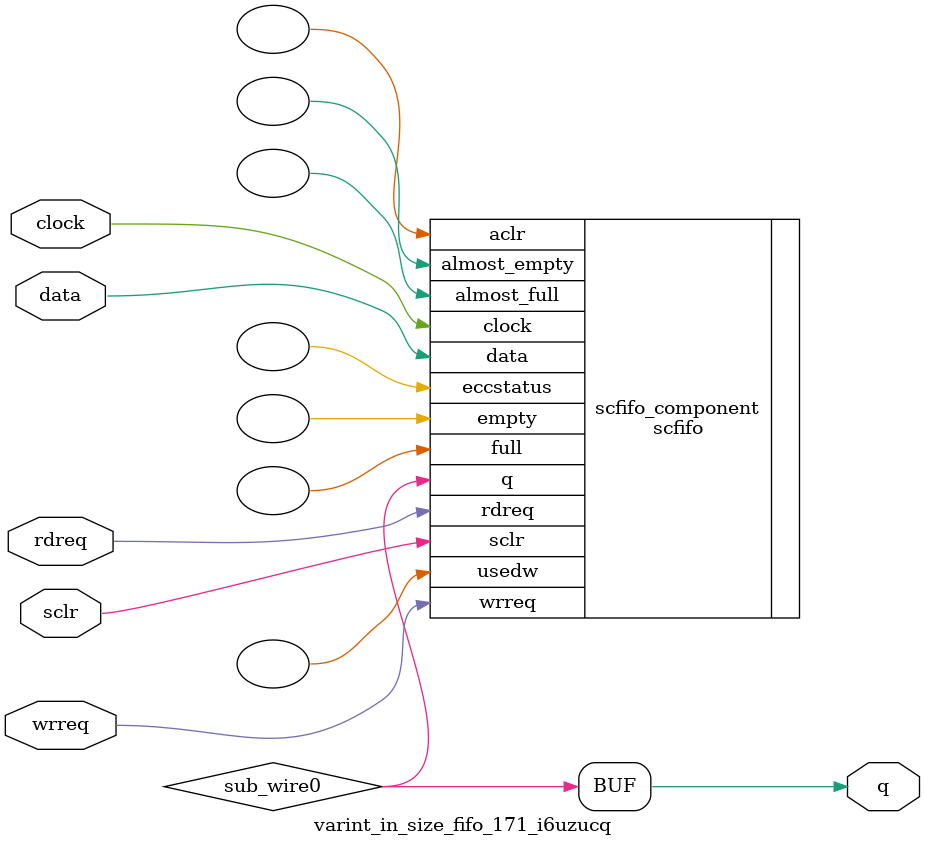
<source format=v>



`timescale 1 ps / 1 ps
// synopsys translate_on
module  varint_in_size_fifo_171_i6uzucq  (
    clock,
    data,
    rdreq,
    sclr,
    wrreq,
    q);

    input    clock;
    input  [0:0]  data;
    input    rdreq;
    input    sclr;
    input    wrreq;
    output [0:0]  q;

    wire [0:0] sub_wire0;
    wire [0:0] q = sub_wire0[0:0];

    scfifo  scfifo_component (
                .clock (clock),
                .data (data),
                .rdreq (rdreq),
                .sclr (sclr),
                .wrreq (wrreq),
                .q (sub_wire0),
                .aclr (),
                .almost_empty (),
                .almost_full (),
                .eccstatus (),
                .empty (),
                .full (),
                .usedw ());
    defparam
        scfifo_component.add_ram_output_register  = "ON",
        scfifo_component.enable_ecc  = "FALSE",
        scfifo_component.intended_device_family  = "Arria 10",
        scfifo_component.lpm_numwords  = 1024,
        scfifo_component.lpm_showahead  = "OFF",
        scfifo_component.lpm_type  = "scfifo",
        scfifo_component.lpm_width  = 1,
        scfifo_component.lpm_widthu  = 10,
        scfifo_component.overflow_checking  = "ON",
        scfifo_component.underflow_checking  = "ON",
        scfifo_component.use_eab  = "ON";


endmodule



</source>
